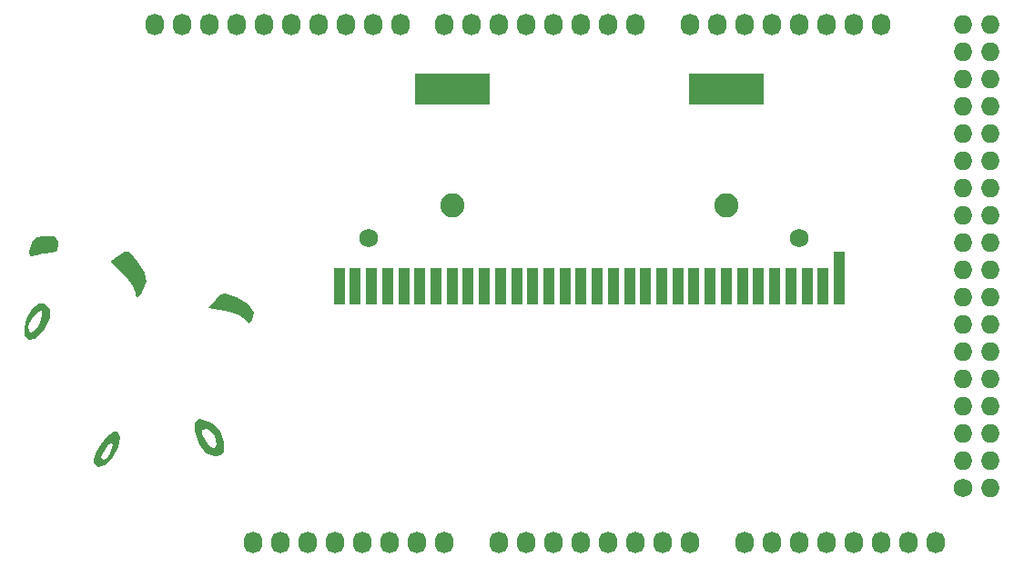
<source format=gbr>
%TF.GenerationSoftware,KiCad,Pcbnew,(6.0.4)*%
%TF.CreationDate,2022-07-18T11:06:22+02:00*%
%TF.ProjectId,GBDuino2,47424475-696e-46f3-922e-6b696361645f,rev?*%
%TF.SameCoordinates,Original*%
%TF.FileFunction,Soldermask,Top*%
%TF.FilePolarity,Negative*%
%FSLAX46Y46*%
G04 Gerber Fmt 4.6, Leading zero omitted, Abs format (unit mm)*
G04 Created by KiCad (PCBNEW (6.0.4)) date 2022-07-18 11:06:22*
%MOMM*%
%LPD*%
G01*
G04 APERTURE LIST*
%ADD10C,1.727200*%
%ADD11O,1.727200X1.727200*%
%ADD12O,1.727200X2.032000*%
%ADD13C,2.250000*%
%ADD14R,7.000000X3.000000*%
%ADD15C,1.750000*%
%ADD16R,1.000000X3.500000*%
%ADD17R,1.000000X5.000000*%
G04 APERTURE END LIST*
%TO.C,G\u002A\u002A\u002A*%
G36*
X129477058Y-96139066D02*
G01*
X129758990Y-96253944D01*
X130903447Y-96920422D01*
X131362169Y-97681669D01*
X131210006Y-98371998D01*
X130920936Y-98676522D01*
X130588413Y-98340069D01*
X130583379Y-98332374D01*
X130034244Y-97946718D01*
X129073917Y-97618392D01*
X128674356Y-97536520D01*
X127114685Y-97275756D01*
X127779990Y-96493768D01*
X128259214Y-96010005D01*
X128727470Y-95903579D01*
X129477058Y-96139066D01*
G37*
G36*
X126284736Y-107636448D02*
G01*
X127140054Y-107843863D01*
X127479457Y-108025504D01*
X128270679Y-108741912D01*
X128561427Y-109790246D01*
X128564637Y-109834896D01*
X128557150Y-110661188D01*
X128285634Y-110995386D01*
X127750196Y-111051662D01*
X126901384Y-110775811D01*
X126308004Y-109996188D01*
X125832023Y-108774328D01*
X125832725Y-108647640D01*
X126549753Y-108647640D01*
X126565674Y-109055491D01*
X126848024Y-109644194D01*
X127295353Y-110186760D01*
X127722499Y-110329715D01*
X127908676Y-110007681D01*
X127710730Y-109167114D01*
X127239042Y-108620889D01*
X126976035Y-108547436D01*
X126549753Y-108647640D01*
X125832725Y-108647640D01*
X125836496Y-107967176D01*
X126284736Y-107636448D01*
G37*
G36*
X110727372Y-97393952D02*
G01*
X111382158Y-96875453D01*
X111933236Y-96849790D01*
X112442495Y-97361035D01*
X112424209Y-98205309D01*
X111886704Y-99241541D01*
X111784119Y-99376656D01*
X111006867Y-100136517D01*
X110411440Y-100274165D01*
X110072047Y-99793432D01*
X110021352Y-99285660D01*
X110050944Y-99135530D01*
X110379099Y-99135530D01*
X110542780Y-99577804D01*
X110920704Y-99490224D01*
X111343195Y-98946707D01*
X111471202Y-98659793D01*
X111663335Y-97905241D01*
X111611971Y-97497679D01*
X111280752Y-97567005D01*
X110843591Y-98044760D01*
X110485186Y-98685574D01*
X110379099Y-99135530D01*
X110050944Y-99135530D01*
X110223161Y-98261833D01*
X110727372Y-97393952D01*
G37*
G36*
X119757716Y-92023041D02*
G01*
X120236590Y-92516235D01*
X120555230Y-92927911D01*
X121243308Y-93989582D01*
X121410460Y-94807625D01*
X121083980Y-95598182D01*
X120921242Y-95826375D01*
X120531056Y-96293305D01*
X120405880Y-96188653D01*
X120396000Y-95868617D01*
X120149275Y-95240189D01*
X119527745Y-94422473D01*
X119201196Y-94089581D01*
X118006392Y-92962736D01*
X118823806Y-92346160D01*
X119363779Y-91992218D01*
X119757716Y-92023041D01*
G37*
G36*
X112809137Y-90619992D02*
G01*
X113134016Y-91066190D01*
X113176152Y-91286169D01*
X113098773Y-91930199D01*
X112639896Y-92095983D01*
X111768063Y-92192797D01*
X111143297Y-92327232D01*
X110546309Y-92416162D01*
X110454892Y-92093542D01*
X110561683Y-91696291D01*
X110809235Y-90967449D01*
X111117202Y-90667509D01*
X111774005Y-90572891D01*
X112034538Y-90554545D01*
X112809137Y-90619992D01*
G37*
G36*
X117147239Y-109977214D02*
G01*
X117758393Y-109246626D01*
X118328691Y-108786499D01*
X118639877Y-108746463D01*
X118949853Y-109312365D01*
X118796771Y-110194314D01*
X118223556Y-111182290D01*
X117484963Y-111893373D01*
X116867728Y-112094624D01*
X116505252Y-111766778D01*
X116460789Y-111436856D01*
X116556074Y-111120037D01*
X117176282Y-111120037D01*
X117367097Y-111409430D01*
X117756111Y-111251155D01*
X118032373Y-110843529D01*
X118238123Y-110071062D01*
X118132896Y-109777927D01*
X117761441Y-110059788D01*
X117701524Y-110136235D01*
X117293606Y-110783150D01*
X117176282Y-111120037D01*
X116556074Y-111120037D01*
X116659836Y-110775034D01*
X117147239Y-109977214D01*
G37*
%TD*%
D10*
%TO.C,P1*%
X197358000Y-114046000D03*
D11*
X199898000Y-114046000D03*
X197358000Y-111506000D03*
X199898000Y-111506000D03*
X197358000Y-108966000D03*
X199898000Y-108966000D03*
X197358000Y-106426000D03*
X199898000Y-106426000D03*
X197358000Y-103886000D03*
X199898000Y-103886000D03*
X197358000Y-101346000D03*
X199898000Y-101346000D03*
X197358000Y-98806000D03*
X199898000Y-98806000D03*
X197358000Y-96266000D03*
X199898000Y-96266000D03*
X197358000Y-93726000D03*
X199898000Y-93726000D03*
X197358000Y-91186000D03*
X199898000Y-91186000D03*
X197358000Y-88646000D03*
X199898000Y-88646000D03*
X197358000Y-86106000D03*
X199898000Y-86106000D03*
X197358000Y-83566000D03*
X199898000Y-83566000D03*
X197358000Y-81026000D03*
X199898000Y-81026000D03*
X197358000Y-78486000D03*
X199898000Y-78486000D03*
X197358000Y-75946000D03*
X199898000Y-75946000D03*
X197358000Y-73406000D03*
X199898000Y-73406000D03*
X197358000Y-70866000D03*
X199898000Y-70866000D03*
%TD*%
D12*
%TO.C,P2*%
X131318000Y-119126000D03*
X133858000Y-119126000D03*
X136398000Y-119126000D03*
X138938000Y-119126000D03*
X141478000Y-119126000D03*
X144018000Y-119126000D03*
X146558000Y-119126000D03*
X149098000Y-119126000D03*
%TD*%
%TO.C,P3*%
X154178000Y-119126000D03*
X156718000Y-119126000D03*
X159258000Y-119126000D03*
X161798000Y-119126000D03*
X164338000Y-119126000D03*
X166878000Y-119126000D03*
X169418000Y-119126000D03*
X171958000Y-119126000D03*
%TD*%
%TO.C,P4*%
X177038000Y-119126000D03*
X179578000Y-119126000D03*
X182118000Y-119126000D03*
X184658000Y-119126000D03*
X187198000Y-119126000D03*
X189738000Y-119126000D03*
X192278000Y-119126000D03*
X194818000Y-119126000D03*
%TD*%
%TO.C,P5*%
X122174000Y-70866000D03*
X124714000Y-70866000D03*
X127254000Y-70866000D03*
X129794000Y-70866000D03*
X132334000Y-70866000D03*
X134874000Y-70866000D03*
X137414000Y-70866000D03*
X139954000Y-70866000D03*
X142494000Y-70866000D03*
X145034000Y-70866000D03*
%TD*%
%TO.C,P6*%
X149098000Y-70866000D03*
X151638000Y-70866000D03*
X154178000Y-70866000D03*
X156718000Y-70866000D03*
X159258000Y-70866000D03*
X161798000Y-70866000D03*
X164338000Y-70866000D03*
X166878000Y-70866000D03*
%TD*%
%TO.C,P7*%
X171958000Y-70866000D03*
X174498000Y-70866000D03*
X177038000Y-70866000D03*
X179578000Y-70866000D03*
X182118000Y-70866000D03*
X184658000Y-70866000D03*
X187198000Y-70866000D03*
X189738000Y-70866000D03*
%TD*%
D13*
%TO.C,J2*%
X175310000Y-87714200D03*
X149810000Y-87714200D03*
D14*
X149810000Y-76904200D03*
X175310000Y-76904200D03*
D15*
X182060000Y-90714200D03*
X142060000Y-90714200D03*
D16*
X139310000Y-95214200D03*
X140810000Y-95214200D03*
X142310000Y-95214200D03*
X143810000Y-95214200D03*
X145310000Y-95214200D03*
X146810000Y-95214200D03*
X148310000Y-95214200D03*
X149810000Y-95214200D03*
X151310000Y-95214200D03*
X152810000Y-95214200D03*
X154310000Y-95214200D03*
X155810000Y-95214200D03*
X157310000Y-95214200D03*
X158810000Y-95214200D03*
X160310000Y-95214200D03*
X161810000Y-95214200D03*
X163310000Y-95214200D03*
X164810000Y-95214200D03*
X166310000Y-95214200D03*
X167810000Y-95214200D03*
X169310000Y-95214200D03*
X170810000Y-95214200D03*
X172310000Y-95214200D03*
X173810000Y-95214200D03*
X175310000Y-95214200D03*
X176810000Y-95214200D03*
X178310000Y-95214200D03*
X179810000Y-95214200D03*
X181310000Y-95214200D03*
X182810000Y-95214200D03*
X184310000Y-95214200D03*
D17*
X185810000Y-94464200D03*
%TD*%
M02*

</source>
